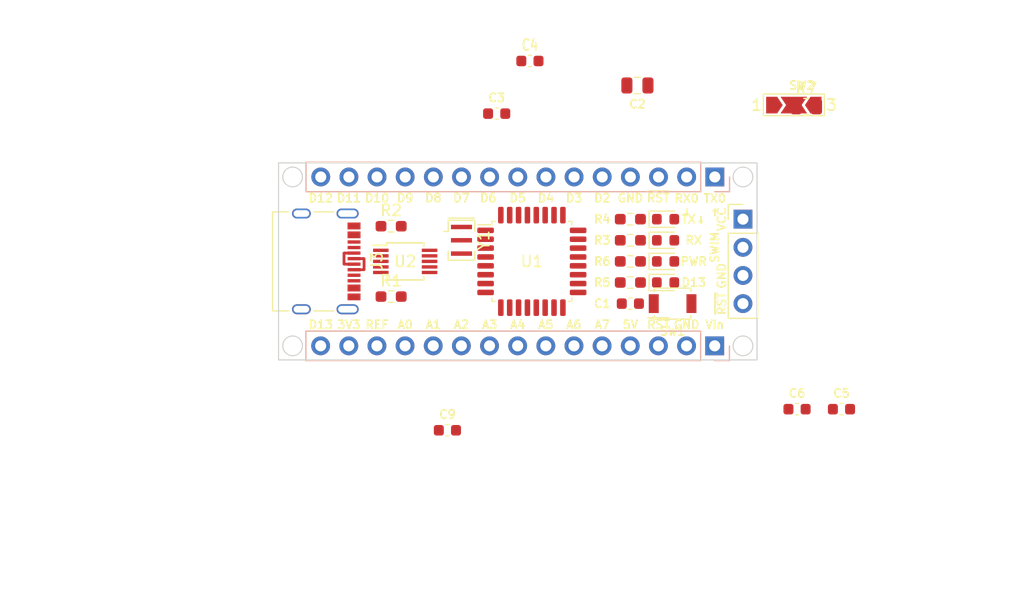
<source format=kicad_pcb>
(kicad_pcb (version 20211014) (generator pcbnew)
  (layers (0 "F.Cu" signal) (31 "B.Cu" signal) (34 "B.Paste" user) (35 "F.Paste" user) (36 "B.SilkS" user "B.Silkscreen") (37 "F.SilkS" user "F.Silkscreen") (38 "B.Mask" user) (39 "F.Mask" user) (44 "Edge.Cuts" user))
  (net 0 "")
  (net 1 "/~{RST}")
  (net 2 "+5V")
  (net 3 "+3.3V")
  (net 4 "PA1")
  (net 5 "PA2")
  (net 6 "/VIN")
  (net 7 "GND")
  (net 8 "/A7")
  (net 9 "/A6")
  (net 10 "/A5")
  (net 11 "/A4")
  (net 12 "/A3")
  (net 13 "/A2")
  (net 14 "/A1")
  (net 15 "/A0")
  (net 16 "/AREF")
  (net 17 "/3V3")
  (net 18 "/D13")
  (net 19 "Net-(C2-Pad1)")
  (net 20 "Net-(C3-Pad2)")
  (net 21 "USB(+)")
  (net 23 "USB(-)")
  (net 24 "PF4")
  (net 27 "/D1{slash}TX")
  (net 28 "/D0{slash}RX")
  (net 29 "/D2")
  (net 30 "/D3")
  (net 31 "/D4")
  (net 32 "/D5")
  (net 33 "/D6")
  (net 34 "/D9")
  (net 35 "/D10")
  (net 36 "/D11")
  (net 37 "/D12")
  (net 38 "PB7")
  (net 39 "VCC")
  (net 40 "SWIM")
  (net 41 "PB6")
  (net 42 "PB5")
  (net 43 "PB4")
  (net 44 "PB3")
  (net 45 "PB2")
  (net 46 "PB1")
  (net 47 "Net-(D1-Pad1)")
  (net 48 "Net-(D2-Pad1)")
  (net 51 "Net-(C9-Pad1)")
  (net 52 "Net-(D3-Pad1)")
  (net 53 "Net-(D4-Pad1)")
  (net 54 "PB0")
  (net 55 "PE5")
  (net 56 "PC1")
  (net 57 "PC2")
  (net 58 "PC3")
  (net 59 "PC4")
  (net 60 "PC5")
  (net 61 "PC6")
  (net 62 "PC7")
  (net 63 "PD0")
  (net 64 "PD2")
  (net 65 "PD3")
  (net 66 "PD4")
  (net 67 "PD5")
  (net 68 "PD6")
  (net 69 "PD7")
  (net 70 "Net-(J3-PadA4)")
  (net 71 "Net-(J3-PadA5)")
  (net 72 "Net-(J3-PadB5)")
  (footprint "Capacitor_SMD:C_0603_1608Metric" (layer "F.Cu") (at 97.59 98.425)
    (fp_text reference "C6" (at 0 -1.43) (layer "F.SilkS") (effects (font (size 0.75 0.75))))
    (fp_text value "100nF")
    (fp_line (start -0.14058 0.51) (end 0.14058 0.51) (layer "F.SilkS") (width 0.12))
    (fp_line (start -0.14058 -0.51) (end 0.14058 -0.51) (layer "F.SilkS") (width 0.12))
    (pad "1" smd roundrect (at -0.775 0) (size 0.9 0.95) (layers "F.Cu" "F.Paste" "F.Mask") (net 7 "GND"))
    (pad "2" smd roundrect (at 0.775 0) (size 0.9 0.95) (layers "F.Cu" "F.Paste" "F.Mask") (net 39 "VCC"))
  )
  (footprint "Connector_USB:USB_C_Receptacle_Palconn_UTC16-G" (layer "F.Cu") (at 55.104 85.09 -90)
    (fp_text reference "J3" (at 0 -4.58 -90) (layer "F.SilkS"))
    (fp_text value "USB_C_Receptacle_USB2.0")
    (fp_line (start 4.47 4.84) (end -4.47 4.84) (layer "F.SilkS") (width 0.12))
    (fp_line (start 4.47 -0.67) (end 4.47 1.13) (layer "F.SilkS") (width 0.12))
    (fp_line (start -4.47 -0.67) (end -4.47 1.13) (layer "F.SilkS") (width 0.12))
    (fp_line (start -4.47 4.84) (end -4.47 3.38) (layer "F.SilkS") (width 0.12))
    (fp_line (start 4.47 4.84) (end 4.47 3.38) (layer "F.SilkS") (width 0.12))
    (pad "" np_thru_hole circle (at 2.89 -1.45 90) (size 0.6 0.6) (drill 0.6) (layers *.Cu *.Mask))
    (pad "" np_thru_hole circle (at -2.89 -1.45 90) (size 0.6 0.6) (drill 0.6) (layers *.Cu *.Mask))
    (pad "A1" smd rect (at -3.2 -2.51 270) (size 0.6 1.16) (layers "F.Cu" "F.Paste" "F.Mask") (net 7 "GND"))
    (pad "A4" smd rect (at -2.4 -2.51 270) (size 0.6 1.16) (layers "F.Cu" "F.Paste" "F.Mask") (net 70 "Net-(J3-PadA4)"))
    (pad "A5" smd rect (at -1.25 -2.51 90) (size 0.3 1.16) (layers "F.Cu" "F.Paste" "F.Mask") (net 71 "Net-(J3-PadA5)"))
    (pad "A6" smd rect (at -0.25 -2.51 90) (size 0.3 1.16) (layers "F.Cu" "F.Paste" "F.Mask") (net 21 "USB(+)"))
    (pad "A7" smd rect (at 0.25 -2.51 90) (size 0.3 1.16) (layers "F.Cu" "F.Paste" "F.Mask") (net 23 "USB(-)"))
    (pad "A8" smd rect (at 1.25 -2.51 90) (size 0.3 1.16) (layers "F.Cu" "F.Paste" "F.Mask"))
    (pad "A9" smd rect (at 2.4 -2.51 270) (size 0.6 1.16) (layers "F.Cu" "F.Paste" "F.Mask") (net 70 "Net-(J3-PadA4)"))
    (pad "A12" smd rect (at 3.2 -2.51 270) (size 0.6 1.16) (layers "F.Cu" "F.Paste" "F.Mask") (net 7 "GND"))
    (pad "B1" smd rect (at 3.2 -2.51 270) (size 0.6 1.16) (layers "F.Cu" "F.Paste" "F.Mask") (net 7 "GND"))
    (pad "B4" smd rect (at 2.4 -2.51 270) (size 0.6 1.16) (layers "F.Cu" "F.Paste" "F.Mask") (net 70 "Net-(J3-PadA4)"))
    (pad "B5" smd rect (at 1.75 -2.51 90) (size 0.3 1.16) (layers "F.Cu" "F.Paste" "F.Mask") (net 72 "Net-(J3-PadB5)"))
    (pad "B6" smd rect (at 0.75 -2.51 90) (size 0.3 1.16) (layers "F.Cu" "F.Paste" "F.Mask") (net 21 "USB(+)"))
    (pad "B7" smd rect (at -0.75 -2.51 90) (size 0.3 1.16) (layers "F.Cu" "F.Paste" "F.Mask") (net 23 "USB(-)"))
    (pad "B8" smd rect (at -1.75 -2.51 90) (size 0.3 1.16) (layers "F.Cu" "F.Paste" "F.Mask"))
    (pad "B9" smd rect (at -2.4 -2.51 270) (size 0.6 1.16) (layers "F.Cu" "F.Paste" "F.Mask") (net 70 "Net-(J3-PadA4)"))
    (pad "B12" smd rect (at -3.2 -2.51 270) (size 0.6 1.16) (layers "F.Cu" "F.Paste" "F.Mask") (net 7 "GND"))
    (pad "S1" thru_hole oval (at -4.32 -1.93) (size 2 0.9) (drill oval 1.7 0.6) (layers *.Cu *.Mask))
    (pad "S1" thru_hole oval (at 4.32 2.24) (size 1.7 0.9) (drill oval 1.4 0.6) (layers *.Cu *.Mask))
    (pad "S1" thru_hole oval (at -4.32 2.24) (size 1.7 0.9) (drill oval 1.4 0.6) (layers *.Cu *.Mask))
    (pad "S1" thru_hole oval (at 4.32 -1.93) (size 2 0.9) (drill oval 1.7 0.6) (layers *.Cu *.Mask))
  )
  (footprint "Resistor_SMD:R_0603_1608Metric_Pad0.98x0.95mm_HandSolder" (layer "F.Cu") (at 82.55 85.09 180)
    (fp_text reference "R6" (at 2.54 0) (layer "F.SilkS") (effects (font (size 0.75 0.75))))
    (fp_text value "1K")
    (fp_line (start -0.254724 -0.5225) (end 0.254724 -0.5225) (layer "F.SilkS") (width 0.12))
    (fp_line (start -0.254724 0.5225) (end 0.254724 0.5225) (layer "F.SilkS") (width 0.12))
    (pad "1" smd roundrect (at -0.9125 0 180) (size 0.975 0.95) (layers "F.Cu" "F.Paste" "F.Mask") (net 53 "Net-(D4-Pad1)"))
    (pad "2" smd roundrect (at 0.9125 0 180) (size 0.975 0.95) (layers "F.Cu" "F.Paste" "F.Mask") (net 7 "GND"))
  )
  (footprint "Crystal:Resonator_SMD_Murata_CSTxExxV-3Pin_3.0x1.1mm" (layer "F.Cu") (at 67.31 83.185 -90)
    (fp_text reference "Y1" (at 0 -2 90) (layer "F.SilkS"))
    (fp_text value "16MHZ")
    (fp_line (start -1.8 0.8) (end -1.8 1.2) (layer "F.SilkS") (width 0.12))
    (fp_line (start -0.8 1.2) (end -1.8 1.2) (layer "F.SilkS") (width 0.12))
    (fp_line (start -2 -1.2) (end -2 0.8) (layer "F.SilkS") (width 0.12))
    (fp_line (start -1.8 0.8) (end -1.8 -1.2) (layer "F.SilkS") (width 0.12))
    (fp_line (start 1 -1.2) (end 1.8 -1.2) (layer "F.SilkS") (width 0.12))
    (fp_line (start 1.8 -1.2) (end 1.8 0.8) (layer "F.SilkS") (width 0.12))
    (fp_line (start 1.8 1.2) (end 1 1.2) (layer "F.SilkS") (width 0.12))
    (fp_line (start -2 0.8) (end -2 1.2) (layer "F.SilkS") (width 0.12))
    (fp_line (start 1.8 0.8) (end 1.8 1.2) (layer "F.SilkS") (width 0.12))
    (fp_line (start -0.8 1.2) (end -0.8 1.6) (layer "F.SilkS") (width 0.12))
    (fp_line (start -1.8 -1.2) (end -0.8 -1.2) (layer "F.SilkS") (width 0.12))
    (pad "1" smd rect (at -1.2 0 270) (size 0.4 1.9) (layers "F.Cu" "F.Paste" "F.Mask") (net 4 "PA1"))
    (pad "2" smd rect (at 0 0 270) (size 0.4 1.9) (layers "F.Cu" "F.Paste" "F.Mask") (net 7 "GND"))
    (pad "3" smd rect (at 1.2 0 270) (size 0.4 1.9) (layers "F.Cu" "F.Paste" "F.Mask") (net 5 "PA2"))
  )
  (footprint "LED_SMD:LED_0603_1608Metric" (layer "F.Cu") (at 85.725 83.185)
    (fp_text reference "D1" hide)
    (fp_text value "RX" (at 2.54 0) (layer "F.SilkS") (effects (font (size 0.75 0.75))))
    (fp_line (start 0.8 -0.735) (end -1.485 -0.735) (layer "F.SilkS") (width 0.12))
    (fp_line (start -1.485 0.735) (end 0.8 0.735) (layer "F.SilkS") (width 0.12))
    (fp_line (start -1.485 -0.735) (end -1.485 0.735) (layer "F.SilkS") (width 0.12))
    (pad "1" smd roundrect (at -0.7875 0) (size 0.875 0.95) (layers "F.Cu" "F.Paste" "F.Mask") (net 47 "Net-(D1-Pad1)"))
    (pad "2" smd roundrect (at 0.7875 0) (size 0.875 0.95) (layers "F.Cu" "F.Paste" "F.Mask") (net 39 "VCC"))
  )
  (footprint "Capacitor_SMD:C_0603_1608Metric" (layer "F.Cu") (at 70.485 71.755)
    (fp_text reference "C3" (at 0 -1.43) (layer "F.SilkS") (effects (font (size 0.75 0.75))))
    (fp_text value "100nF")
    (fp_line (start -0.14058 0.51) (end 0.14058 0.51) (layer "F.SilkS") (width 0.12))
    (fp_line (start -0.14058 -0.51) (end 0.14058 -0.51) (layer "F.SilkS") (width 0.12))
    (pad "1" smd roundrect (at -0.775 0) (size 0.9 0.95) (layers "F.Cu" "F.Paste" "F.Mask") (net 7 "GND"))
    (pad "2" smd roundrect (at 0.775 0) (size 0.9 0.95) (layers "F.Cu" "F.Paste" "F.Mask") (net 20 "Net-(C3-Pad2)"))
  )
  (footprint "Jumper:SolderJumper-3_P2.0mm_Open_TrianglePad1.0x1.5mm_NumberLabels" (layer "F.Cu") (at 97.3 70.985)
    (fp_text reference "SW2" (at 0.725 -1.775) (layer "F.SilkS") (effects (font (size 0.75 0.75))))
    (fp_text value "VCC")
    (fp_text user "3" (at 3.4 0) (layer "F.SilkS"))
    (fp_text user "1" (at -3.35 0) (layer "F.SilkS"))
    (fp_line (start 2.75 -1) (end 2.75 0.95) (layer "F.SilkS") (width 0.12))
    (fp_line (start -2.75 0.95) (end -2.75 -1) (layer "F.SilkS") (width 0.12))
    (fp_line (start -2.75 -1) (end 2.75 -1) (layer "F.SilkS") (width 0.12))
    (fp_line (start 2.75 0.95) (end -2.75 0.95) (layer "F.SilkS") (width 0.12))
    (pad "1" smd custom (at -2 0) (size 0.3 0.3) (layers "F.Cu" "F.Mask") (net 3 "+3.3V") (options (clearance outline) (anchor rect)) (primitives (gr_poly (pts (xy 1 0) (xy 0.5 0.75) (xy -0.5 0.75) (xy -0.5 -0.75) (xy 0.5 -0.75)) (width 0) (fill yes))))
    (pad "2" smd custom (at 0 0) (size 0.3 0.3) (layers "F.Cu") (net 39 "VCC") (options (clearance outline) (anchor rect)) (primitives (gr_poly (pts (xy 0.7 0) (xy 1.2 0.75) (xy -1.2 0.75) (xy -0.7 0) (xy -1.2 -0.75) (xy 1.2 -0.75)) (width 0) (fill yes))))
    (pad "3" smd custom (at 2 0 180) (size 0.3 0.3) (layers "F.Cu" "F.Mask") (net 2 "+5V") (options (clearance outline) (anchor rect)) (primitives (gr_poly (pts (xy 1 0) (xy 0.5 0.75) (xy -0.5 0.75) (xy -0.5 -0.75) (xy 0.5 -0.75)) (width 0) (fill yes))))
  )
  (footprint "Resistor_SMD:R_0805_2012Metric" (layer "F.Cu") (at 98.425 71.12)
    (fp_text reference "R7" (at 0 -1.65) (layer "F.SilkS"))
    (fp_text value "0R")
    (fp_line (start -0.227064 -0.735) (end 0.227064 -0.735) (layer "F.SilkS") (width 0.12))
    (fp_line (start -0.227064 0.735) (end 0.227064 0.735) (layer "F.SilkS") (width 0.12))
    (pad "1" smd roundrect (at -0.9125 0) (size 1.025 1.4) (layers "F.Cu" "F.Paste" "F.Mask") (roundrect_rratio 0.243902) (net 39 "VCC"))
    (pad "2" smd roundrect (at 0.9125 0) (size 1.025 1.4) (layers "F.Cu" "F.Paste" "F.Mask") (roundrect_rratio 0.243902) (net 2 "+5V"))
  )
  (footprint "Package_QFP:LQFP-32_7x7mm_P0.8mm" (layer "F.Cu") (at 73.66 85.09)
    (fp_text reference "U1" (at 0 0) (layer "F.SilkS"))
    (fp_text value "STM8F105K4")
    (fp_line (start 3.31 3.61) (end 3.61 3.61) (layer "F.SilkS") (width 0.12))
    (fp_line (start -3.31 3.61) (end -3.61 3.61) (layer "F.SilkS") (width 0.12))
    (fp_line (start -3.61 -3.31) (end -4.925 -3.31) (layer "F.SilkS") (width 0.12))
    (fp_line (start 3.61 -3.61) (end 3.61 -3.31) (layer "F.SilkS") (width 0.12))
    (fp_line (start 3.61 3.61) (end 3.61 3.31) (layer "F.SilkS") (width 0.12))
    (fp_line (start -3.61 -3.61) (end -3.61 -3.31) (layer "F.SilkS") (width 0.12))
    (fp_line (start -3.61 3.61) (end -3.61 3.31) (layer "F.SilkS") (width 0.12))
    (fp_line (start -3.31 -3.61) (end -3.61 -3.61) (layer "F.SilkS") (width 0.12))
    (fp_line (start 3.31 -3.61) (end 3.61 -3.61) (layer "F.SilkS") (width 0.12))
    (pad "1" smd roundrect (at -4.175 -2.8) (size 1.5 0.5) (layers "F.Cu" "F.Paste" "F.Mask") (net 1 "/~{RST}"))
    (pad "2" smd roundrect (at -4.175 -2) (size 1.5 0.5) (layers "F.Cu" "F.Paste" "F.Mask") (net 4 "PA1"))
    (pad "3" smd roundrect (at -4.175 -1.2) (size 1.5 0.5) (layers "F.Cu" "F.Paste" "F.Mask") (net 5 "PA2"))
    (pad "4" smd roundrect (at -4.175 -0.4) (size 1.5 0.5) (layers "F.Cu" "F.Paste" "F.Mask") (net 7 "GND"))
    (pad "5" smd roundrect (at -4.175 0.4) (size 1.5 0.5) (layers "F.Cu" "F.Paste" "F.Mask") (net 19 "Net-(C2-Pad1)"))
    (pad "6" smd roundrect (at -4.175 1.2) (size 1.5 0.5) (layers "F.Cu" "F.Paste" "F.Mask") (net 39 "VCC"))
    (pad "7" smd roundrect (at -4.175 2) (size 1.5 0.5) (layers "F.Cu" "F.Paste" "F.Mask") (net 39 "VCC"))
    (pad "8" smd roundrect (at -4.175 2.8) (size 1.5 0.5) (layers "F.Cu" "F.Paste" "F.Mask") (net 24 "PF4"))
    (pad "9" smd roundrect (at -2.8 4.175) (size 0.5 1.5) (layers "F.Cu" "F.Paste" "F.Mask") (net 38 "PB7"))
    (pad "10" smd roundrect (at -2 4.175) (size 0.5 1.5) (layers "F.Cu" "F.Paste" "F.Mask") (net 41 "PB6"))
    (pad "11" smd roundrect (at -1.2 4.175) (size 0.5 1.5) (layers "F.Cu" "F.Paste" "F.Mask") (net 42 "PB5"))
    (pad "12" smd roundrect (at -0.4 4.175) (size 0.5 1.5) (layers "F.Cu" "F.Paste" "F.Mask") (net 43 "PB4"))
    (pad "13" smd roundrect (at 0.4 4.175) (size 0.5 1.5) (layers "F.Cu" "F.Paste" "F.Mask") (net 44 "PB3"))
    (pad "14" smd roundrect (at 1.2 4.175) (size 0.5 1.5) (layers "F.Cu" "F.Paste" "F.Mask") (net 45 "PB2"))
    (pad "15" smd roundrect (at 2 4.175) (size 0.5 1.5) (layers "F.Cu" "F.Paste" "F.Mask") (net 46 "PB1"))
    (pad "16" smd roundrect (at 2.8 4.175) (size 0.5 1.5) (layers "F.Cu" "F.Paste" "F.Mask") (net 54 "PB0"))
    (pad "17" smd roundrect (at 4.175 2.8) (size 1.5 0.5) (layers "F.Cu" "F.Paste" "F.Mask") (net 55 "PE5"))
    (pad "18" smd roundrect (at 4.175 2) (size 1.5 0.5) (layers "F.Cu" "F.Paste" "F.Mask") (net 56 "PC1"))
    (pad "19" smd roundrect (at 4.175 1.2) (size 1.5 0.5) (layers "F.Cu" "F.Paste" "F.Mask") (net 57 "PC2"))
    (pad "20" smd roundrect (at 4.175 0.4) (size 1.5 0.5) (layers "F.Cu" "F.Paste" "F.Mask") (net 58 "PC3"))
    (pad "21" smd roundrect (at 4.175 -0.4) (size 1.5 0.5) (layers "F.Cu" "F.Paste" "F.Mask") (net 59 "PC4"))
    (pad "22" smd roundrect (at 4.175 -1.2) (size 1.5 0.5) (layers "F.Cu" "F.Paste" "F.Mask") (net 60 "PC5"))
    (pad "23" smd roundrect (at 4.175 -2) (size 1.5 0.5) (layers "F.Cu" "F.Paste" "F.Mask") (net 61 "PC6"))
    (pad "24" smd roundrect (at 4.175 -2.8) (size 1.5 0.5) (layers "F.Cu" "F.Paste" "F.Mask") (net 62 "PC7"))
    (pad "25" smd roundrect (at 2.8 -4.175) (size 0.5 1.5) (layers "F.Cu" "F.Paste" "F.Mask") (net 63 "PD0"))
    (pad "26" smd roundrect (at 2 -4.175) (size 0.5 1.5) (layers "F.Cu" "F.Paste" "F.Mask") (net 40 "SWIM"))
    (pad "27" smd roundrect (at 1.2 -4.175) (size 0.5 1.5) (layers "F.Cu" "F.Paste" "F.Mask") (net 64 "PD2"))
    (pad "28" smd roundrect (at 0.4 -4.175) (size 0.5 1.5) (layers "F.Cu" "F.Paste" "F.Mask") (net 65 "PD3"))
    (pad "29" smd roundrect (at -0.4 -4.175) (size 0.5 1.5) (layers "F.Cu" "F.Paste" "F.Mask") (net 66 "PD4"))
    (pad "30" smd roundrect (at -1.2 -4.175) (size 0.5 1.5) (layers "F.Cu" "F.Paste" "F.Mask") (net 67 "PD5"))
    (pad "31" smd roundrect (at -2 -4.175) (size 0.5 1.5) (layers "F.Cu" "F.Paste" "F.Mask") (net 68 "PD6"))
    (pad "32" smd roundrect (at -2.8 -4.175) (size 0.5 1.5) (layers "F.Cu" "F.Paste" "F.Mask") (net 69 "PD7"))
  )
  (footprint "LED_SMD:LED_0603_1608Metric" (layer "F.Cu") (at 85.725 81.28)
    (fp_text reference "D2" hide)
    (fp_text value "TX↓" (at 2.54 0) (layer "F.SilkS") (effects (font (size 0.75 0.75))))
    (fp_line (start 0.8 -0.735) (end -1.485 -0.735) (layer "F.SilkS") (width 0.12))
    (fp_line (start -1.485 -0.735) (end -1.485 0.735) (layer "F.SilkS") (width 0.12))
    (fp_line (start -1.485 0.735) (end 0.8 0.735) (layer "F.SilkS") (width 0.12))
    (pad "1" smd roundrect (at -0.7875 0) (size 0.875 0.95) (layers "F.Cu" "F.Paste" "F.Mask") (net 48 "Net-(D2-Pad1)"))
    (pad "2" smd roundrect (at 0.7875 0) (size 0.875 0.95) (layers "F.Cu" "F.Paste" "F.Mask") (net 39 "VCC"))
  )
  (footprint "Resistor_SMD:R_0603_1608Metric_Pad0.98x0.95mm_HandSolder" (layer "F.Cu") (at 60.96 81.915)
    (fp_text reference "R2" (at 0 -1.43) (layer "F.SilkS"))
    (fp_text value "5.1K")
    (fp_line (start -0.254724 0.5225) (end 0.254724 0.5225) (layer "F.SilkS") (width 0.12))
    (fp_line (start -0.254724 -0.5225) (end 0.254724 -0.5225) (layer "F.SilkS") (width 0.12))
    (pad "1" smd roundrect (at -0.9125 0) (size 0.975 0.95) (layers "F.Cu" "F.Paste" "F.Mask") (net 71 "Net-(J3-PadA5)"))
    (pad "2" smd roundrect (at 0.9125 0) (size 0.975 0.95) (layers "F.Cu" "F.Paste" "F.Mask") (net 7 "GND"))
  )
  (footprint "Capacitor_SMD:C_0603_1608Metric" (layer "F.Cu") (at 101.6 98.425)
    (fp_text reference "C5" (at 0 -1.43) (layer "F.SilkS") (effects (font (size 0.75 0.75))))
    (fp_text value "1uF")
    (fp_line (start -0.14058 -0.51) (end 0.14058 -0.51) (layer "F.SilkS") (width 0.12))
    (fp_line (start -0.14058 0.51) (end 0.14058 0.51) (layer "F.SilkS") (width 0.12))
    (pad "1" smd roundrect (at -0.775 0) (size 0.9 0.95) (layers "F.Cu" "F.Paste" "F.Mask") (net 7 "GND"))
    (pad "2" smd roundrect (at 0.775 0) (size 0.9 0.95) (layers "F.Cu" "F.Paste" "F.Mask") (net 39 "VCC"))
  )
  (footprint "Capacitor_SMD:C_0805_2012Metric" (layer "F.Cu") (at 83.185 69.215 180)
    (fp_text reference "C2" (at 0 -1.68) (layer "F.SilkS") (effects (font (size 0.75 0.75))))
    (fp_text value "2.2uF")
    (fp_line (start -0.261252 -0.735) (end 0.261252 -0.735) (layer "F.SilkS") (width 0.12))
    (fp_line (start -0.261252 0.735) (end 0.261252 0.735) (layer "F.SilkS") (width 0.12))
    (pad "1" smd roundrect (at -0.95 0 180) (size 1 1.45) (layers "F.Cu" "F.Paste" "F.Mask") (net 19 "Net-(C2-Pad1)"))
    (pad "2" smd roundrect (at 0.95 0 180) (size 1 1.45) (layers "F.Cu" "F.Paste" "F.Mask") (net 7 "GND"))
  )
  (footprint "Button_Switch_SMD:SW_SPST_B3U-1000P" (layer "F.Cu") (at 86.36 88.9 180)
    (fp_text reference "SW1" (at 0 -2.5) (layer "F.SilkS") (effects (font (size 0.75 0.75))))
    (fp_text value "RESET")
    (fp_line (start -1.65 1.1) (end -1.65 1.4) (layer "F.SilkS") (width 0.12))
    (fp_line (start -1.65 -1.1) (end -1.65 -1.4) (layer "F.SilkS") (width 0.12))
    (fp_line (start -1.65 1.4) (end 1.65 1.4) (layer "F.SilkS") (width 0.12))
    (fp_line (start -1.65 -1.4) (end 1.65 -1.4) (layer "F.SilkS") (width 0.12))
    (fp_line (start 1.65 -1.4) (end 1.65 -1.1) (layer "F.SilkS") (width 0.12))
    (fp_line (start 1.65 1.4) (end 1.65 1.1) (layer "F.SilkS") (width 0.12))
    (pad "1" smd rect (at -1.7 0 180) (size 0.9 1.7) (layers "F.Cu" "F.Paste" "F.Mask") (net 7 "GND"))
    (pad "2" smd rect (at 1.7 0 180) (size 0.9 1.7) (layers "F.Cu" "F.Paste" "F.Mask") (net 1 "/~{RST}"))
  )
  (footprint "Capacitor_SMD:C_0603_1608Metric" (layer "F.Cu") (at 73.485 67.005)
    (fp_text reference "C4" (at 0 -1.43) (layer "F.SilkS") (effects (font (size 1 0.75))))
    (fp_text value "100nF")
    (fp_line (start -0.14058 0.51) (end 0.14058 0.51) (layer "F.SilkS") (width 0.12))
    (fp_line (start -0.14058 -0.51) (end 0.14058 -0.51) (layer "F.SilkS") (width 0.12))
    (pad "1" smd roundrect (at -0.775 0) (size 0.9 0.95) (layers "F.Cu" "F.Paste" "F.Mask") (net 7 "GND"))
    (pad "2" smd roundrect (at 0.775 0) (size 0.9 0.95) (layers "F.Cu" "F.Paste" "F.Mask") (net 39 "VCC"))
  )
  (footprint "Capacitor_SMD:C_0603_1608Metric" (layer "F.Cu") (at 66.04 100.33)
    (fp_text reference "C9" (at 0 -1.43) (layer "F.SilkS") (effects (font (size 0.75 0.75))))
    (fp_text value "10uF")
    (fp_line (start -0.14058 0.51) (end 0.14058 0.51) (layer "F.SilkS") (width 0.12))
    (fp_line (start -0.14058 -0.51) (end 0.14058 -0.51) (layer "F.SilkS") (width 0.12))
    (pad "1" smd roundrect (at -0.775 0) (size 0.9 0.95) (layers "F.Cu" "F.Paste" "F.Mask") (net 51 "Net-(C9-Pad1)"))
    (pad "2" smd roundrect (at 0.775 0) (size 0.9 0.95) (layers "F.Cu" "F.Paste" "F.Mask") (net 1 "/~{RST}"))
  )
  (footprint "LED_SMD:LED_0603_1608Metric" (layer "F.Cu") (at 85.725 86.995)
    (fp_text reference "D3" hide)
    (fp_text value "D13" (at 2.54 0) (layer "F.SilkS") (effects (font (size 0.75 0.75))))
    (fp_line (start 0.8 -0.735) (end -1.485 -0.735) (layer "F.SilkS") (width 0.12))
    (fp_line (start -1.485 0.735) (end 0.8 0.735) (layer "F.SilkS") (width 0.12))
    (fp_line (start -1.485 -0.735) (end -1.485 0.735) (layer "F.SilkS") (width 0.12))
    (pad "1" smd roundrect (at -0.7875 0) (size 0.875 0.95) (layers "F.Cu" "F.Paste" "F.Mask") (net 52 "Net-(D3-Pad1)"))
    (pad "2" smd roundrect (at 0.7875 0) (size 0.875 0.95) (layers "F.Cu" "F.Paste" "F.Mask") (net 39 "VCC"))
  )
  (footprint "LED_SMD:LED_0603_1608Metric" (layer "F.Cu") (at 85.725 85.09)
    (fp_text reference "D4" hide)
    (fp_text value "PWR" (at 2.54 0) (layer "F.SilkS") (effects (font (size 0.75 0.75))))
    (fp_line (start -1.485 -0.735) (end -1.485 0.735) (layer "F.SilkS") (width 0.12))
    (fp_line (start 0.8 -0.735) (end -1.485 -0.735) (layer "F.SilkS") (width 0.12))
    (fp_line (start -1.485 0.735) (end 0.8 0.735) (layer "F.SilkS") (width 0.12))
    (pad "1" smd roundrect (at -0.7875 0) (size 0.875 0.95) (layers "F.Cu" "F.Paste" "F.Mask") (net 53 "Net-(D4-Pad1)"))
    (pad "2" smd roundrect (at 0.7875 0) (size 0.875 0.95) (layers "F.Cu" "F.Paste" "F.Mask") (net 39 "VCC"))
  )
  (footprint "Resistor_SMD:R_0603_1608Metric_Pad0.98x0.95mm_HandSolder" (layer "F.Cu") (at 82.55 86.995)
    (fp_text reference "R5" (at -2.54 0) (layer "F.SilkS") (effects (font (size 0.75 0.75))))
    (fp_text value "1K")
    (fp_line (start -0.254724 0.5225) (end 0.254724 0.5225) (layer "F.SilkS") (width 0.12))
    (fp_line (start -0.254724 -0.5225) (end 0.254724 -0.5225) (layer "F.SilkS") (width 0.12))
    (pad "1" smd roundrect (at -0.9125 0) (size 0.975 0.95) (layers "F.Cu" "F.Paste" "F.Mask") (net 52 "Net-(D3-Pad1)"))
    (pad "2" smd roundrect (at 0.9125 0) (size 0.975 0.95) (layers "F.Cu" "F.Paste" "F.Mask") (net 18 "/D13"))
  )
  (footprint "Resistor_SMD:R_0603_1608Metric_Pad0.98x0.95mm_HandSolder" (layer "F.Cu") (at 82.55 81.28 180)
    (fp_text reference "R4" (at 2.54 0) (layer "F.SilkS") (effects (font (size 0.75 0.75))))
    (fp_text value "10K")
    (fp_line (start -0.254724 0.5225) (end 0.254724 0.5225) (layer "F.SilkS") (width 0.12))
    (fp_line (start -0.254724 -0.5225) (end 0.254724 -0.5225) (layer "F.SilkS") (width 0.12))
    (pad "1" smd roundrect (at -0.9125 0 180) (size 0.975 0.95) (layers "F.Cu" "F.Paste" "F.Mask") (net 48 "Net-(D2-Pad1)"))
    (pad "2" smd roundrect (at 0.9125 0 180) (size 0.975 0.95) (layers "F.Cu" "F.Paste" "F.Mask") (net 27 "/D1{slash}TX"))
  )
  (footprint "Resistor_SMD:R_0603_1608Metric_Pad0.98x0.95mm_HandSolder" (layer "F.Cu") (at 82.55 83.185 180)
    (fp_text reference "R3" (at 2.54 0) (layer "F.SilkS") (effects (font (size 0.75 0.75))))
    (fp_text value "10K")
    (fp_line (start -0.254724 0.5225) (end 0.254724 0.5225) (layer "F.SilkS") (width 0.12))
    (fp_line (start -0.254724 -0.5225) (end 0.254724 -0.5225) (layer "F.SilkS") (width 0.12))
    (pad "1" smd roundrect (at -0.9125 0 180) (size 0.975 0.95) (layers "F.Cu" "F.Paste" "F.Mask") (net 47 "Net-(D1-Pad1)"))
    (pad "2" smd roundrect (at 0.9125 0 180) (size 0.975 0.95) (layers "F.Cu" "F.Paste" "F.Mask") (net 28 "/D0{slash}RX"))
  )
  (footprint "Package_SO:MSOP-10_3x3mm_P0.5mm" (layer "F.Cu") (at 62.23 85.09)
    (fp_text reference "U2" (at 0 0) (layer "F.SilkS"))
    (fp_text value "CH340E")
    (fp_line (start -1.675 -1.675) (end 1.675 -1.675) (layer "F.SilkS") (width 0.15))
    (fp_line (start -1.675 -1.675) (end -1.675 -1.45) (layer "F.SilkS") (width 0.15))
    (fp_line (start -1.675 1.675) (end 1.675 1.675) (layer "F.SilkS") (width 0.15))
    (fp_line (start 1.675 -1.675) (end 1.675 -1.375) (layer "F.SilkS") (width 0.15))
    (fp_line (start -1.675 1.675) (end -1.675 1.375) (layer "F.SilkS") (width 0.15))
    (fp_line (start 1.675 1.675) (end 1.675 1.375) (layer "F.SilkS") (width 0.15))
    (fp_line (start -1.675 -1.45) (end -2.9 -1.45) (layer "F.SilkS") (width 0.15))
    (pad "1" smd rect (at -2.2 -1) (size 1.4 0.3) (layers "F.Cu" "F.Paste" "F.Mask") (net 21 "USB(+)"))
    (pad "2" smd rect (at -2.2 -0.5) (size 1.4 0.3) (layers "F.Cu" "F.Paste" "F.Mask") (net 23 "USB(-)"))
    (pad "3" smd rect (at -2.2 0) (size 1.4 0.3) (layers "F.Cu" "F.Paste" "F.Mask") (net 7 "GND"))
    (pad "4" smd rect (at -2.2 0.5) (size 1.4 0.3) (layers "F.Cu" "F.Paste" "F.Mask") (net 51 "Net-(C9-Pad1)"))
    (pad "5" smd rect (at -2.2 1) (size 1.4 0.3) (layers "F.Cu" "F.Paste" "F.Mask"))
    (pad "6" smd rect (at 2.2 1) (size 1.4 0.3) (layers "F.Cu" "F.Paste" "F.Mask"))
    (pad "7" smd rect (at 2.2 0.5) (size 1.4 0.3) (layers "F.Cu" "F.Paste" "F.Mask") (net 2 "+5V"))
    (pad "8" smd rect (at 2.2 0) (size 1.4 0.3) (layers "F.Cu" "F.Paste" "F.Mask") (net 28 "/D0{slash}RX"))
    (pad "9" smd rect (at 2.2 -0.5) (size 1.4 0.3) (layers "F.Cu" "F.Paste" "F.Mask") (net 27 "/D1{slash}TX"))
    (pad "10" smd rect (at 2.2 -1) (size 1.4 0.3) (layers "F.Cu" "F.Paste" "F.Mask") (net 20 "Net-(C3-Pad2)"))
  )
  (footprint "Resistor_SMD:R_0603_1608Metric_Pad0.98x0.95mm_HandSolder" (layer "F.Cu") (at 60.96 88.265)
    (fp_text reference "R1" (at 0 -1.43) (layer "F.SilkS"))
    (fp_text value "5.1K")
    (fp_line (start -0.254724 0.5225) (end 0.254724 0.5225) (layer "F.SilkS") (width 0.12))
    (fp_line (start -0.254724 -0.5225) (end 0.254724 -0.5225) (layer "F.SilkS") (width 0.12))
    (pad "1" smd roundrect (at -0.9125 0) (size 0.975 0.95) (layers "F.Cu" "F.Paste" "F.Mask") (net 72 "Net-(J3-PadB5)"))
    (pad "2" smd roundrect (at 0.9125 0) (size 0.975 0.95) (layers "F.Cu" "F.Paste" "F.Mask") (net 7 "GND"))
  )
  (footprint "Connector_PinHeader_2.54mm:PinHeader_1x04_P2.54mm_Vertical" (layer "F.Cu") (at 92.71 81.28)
    (fp_text reference "J4" hide)
    (fp_text value "SWIM")
    (fp_line (start -1.33 1.27) (end -1.33 8.95) (layer "F.SilkS") (width 0.12))
    (fp_line (start -1.33 -1.33) (end 0 -1.33) (layer "F.SilkS") (width 0.12))
    (fp_line (start -1.33 1.27) (end 1.33 1.27) (layer "F.SilkS") (width 0.12))
    (fp_line (start -1.33 0) (end -1.33 -1.33) (layer "F.SilkS") (width 0.12))
    (fp_line (start -1.33 8.95) (end 1.33 8.95) (layer "F.SilkS") (width 0.12))
    (fp_line (start 1.33 1.27) (end 1.33 8.95) (layer "F.SilkS") (width 0.12))
    (pad "1" thru_hole rect (at 0 0) (size 1.7 1.7) (drill 1) (layers *.Cu *.Mask) (net 39 "VCC"))
    (pad "2" thru_hole oval (at 0 2.54) (size 1.7 1.7) (drill 1) (layers *.Cu *.Mask) (net 40 "SWIM"))
    (pad "3" thru_hole oval (at 0 5.08) (size 1.7 1.7) (drill 1) (layers *.Cu *.Mask) (net 7 "GND"))
    (pad "4" thru_hole oval (at 0 7.62) (size 1.7 1.7) (drill 1) (layers *.Cu *.Mask) (net 1 "/~{RST}"))
  )
  (footprint "Capacitor_SMD:C_0603_1608Metric" (layer "F.Cu") (at 82.55 88.9 180)
    (fp_text reference "C1" (at 2.54 0) (layer "F.SilkS") (effects (font (size 0.75 0.75))))
    (fp_text value "100nF")
    (fp_line (start -0.14058 -0.51) (end 0.14058 -0.51) (layer "F.SilkS") (width 0.12))
    (fp_line (start -0.14058 0.51) (end 0.14058 0.51) (layer "F.SilkS") (width 0.12))
    (pad "1" smd roundrect (at -0.775 0 180) (size 0.9 0.95) (layers "F.Cu" "F.Paste" "F.Mask") (net 1 "/~{RST}"))
    (pad "2" smd roundrect (at 0.775 0 180) (size 0.9 0.95) (layers "F.Cu" "F.Paste" "F.Mask") (net 7 "GND"))
  )
  (footprint "Connector_PinHeader_2.54mm:PinHeader_1x15_P2.54mm_Vertical" (layer "B.Cu") (at 90.17 77.47 90)
    (fp_text reference "J1" hide)
    (fp_text value "RIGHT" hide)
    (fp_line (start -1.33 -36.89) (end 1.33 -36.89) (layer "B.SilkS") (width 0.12))
    (fp_line (start -1.33 1.33) (end 0 1.33) (layer "B.SilkS") (width 0.12))
    (fp_line (start -1.33 0) (end -1.33 1.33) (layer "B.SilkS") (width 0.12))
    (fp_line (start 1.33 -1.27) (end 1.33 -36.89) (layer "B.SilkS") (width 0.12))
    (fp_line (start -1.33 -1.27) (end 1.33 -1.27) (layer "B.SilkS") (width 0.12))
    (fp_line (start -1.33 -1.27) (end -1.33 -36.89) (layer "B.SilkS") (width 0.12))
    (pad "1" thru_hole rect (at 0 0 90) (size 1.7 1.7) (drill 1) (layers *.Cu *.Mask) (net 27 "/D1{slash}TX"))
    (pad "2" thru_hole oval (at 0 -2.54 90) (size 1.7 1.7) (drill 1) (layers *.Cu *.Mask) (net 28 "/D0{slash}RX"))
    (pad "3" thru_hole oval (at 0 -5.08 90) (size 1.7 1.7) (drill 1) (layers *.Cu *.Mask) (net 1 "/~{RST}"))
    (pad "4" thru_hole oval (at 0 -7.62 90) (size 1.7 1.7) (drill 1) (layers *.Cu *.Mask) (net 7 "GND"))
    (pad "5" thru_hole oval (at 0 -10.16 90) (size 1.7 1.7) (drill 1) (layers *.Cu *.Mask) (net 29 "/D2"))
    (pad "6" thru_hole oval (at 0 -12.7 90) (size 1.7 1.7) (drill 1) (layers *.Cu *.Mask) (net 30 "/D3"))
    (pad "7" thru_hole oval (at 0 -15.24 90) (size 1.7 1.7) (drill 1) (layers *.Cu *.Mask) (net 31 "/D4"))
    (pad "8" thru_hole oval (at 0 -17.78 90) (size 1.7 1.7) (drill 1) (layers *.Cu *.Mask) (net 32 "/D5"))
    (pad "9" thru_hole oval (at 0 -20.32 90) (size 1.7 1.7) (drill 1) (layers *.Cu *.Mask) (net 33 "/D6"))
    (pad "10" thru_hole oval (at 0 -22.86 90) (size 1.7 1.7) (drill 1) (layers *.Cu *.Mask) (net 4 "PA1"))
    (pad "11" thru_hole oval (at 0 -25.4 90) (size 1.7 1.7) (drill 1) (layers *.Cu *.Mask) (net 5 "PA2"))
    (pad "12" thru_hole oval (at 0 -27.94 90) (size 1.7 1.7) (drill 1) (layers *.Cu *.Mask) (net 34 "/D9"))
    (pad "13" thru_hole oval (at 0 -30.48 90) (size 1.7 1.7) (drill 1) (layers *.Cu *.Mask) (net 35 "/D10"))
    (pad "14" thru_hole oval (at 0 -33.02 90) (size 1.7 1.7) (drill 1) (layers *.Cu *.Mask) (net 36 "/D11"))
    (pad "15" thru_hole oval (at 0 -35.56 90) (size 1.7 1.7) (drill 1) (layers *.Cu *.Mask) (net 37 "/D12"))
  )
  (footprint "Connector_PinHeader_2.54mm:PinHeader_1x15_P2.54mm_Vertical" (layer "B.Cu") (at 90.16 92.71 90)
    (fp_text reference "J2" hide)
    (fp_text value "LEFT" hide)
    (fp_line (start 1.33 -1.27) (end 1.33 -36.89) (layer "B.SilkS") (width 0.12))
    (fp_line (start -1.33 -1.27) (end 1.33 -1.27) (layer "B.SilkS") (width 0.12))
    (fp_line (start -1.33 -1.27) (end -1.33 -36.89) (layer "B.SilkS") (width 0.12))
    (fp_line (start -1.33 0) (end -1.33 1.33) (layer "B.SilkS") (width 0.12))
    (fp_line (start -1.33 -36.89) (end 1.33 -36.89) (layer "B.SilkS") (width 0.12))
    (fp_line (start -1.33 1.33) (end 0 1.33) (layer "B.SilkS") (width 0.12))
    (pad "1" thru_hole rect (at 0 0 90) (size 1.7 1.7) (drill 1) (layers *.Cu *.Mask) (net 6 "/VIN"))
    (pad "2" thru_hole oval (at 0 -2.54 90) (size 1.7 1.7) (drill 1) (layers *.Cu *.Mask) (net 7 "GND"))
    (pad "3" thru_hole oval (at 0 -5.08 90) (size 1.7 1.7) (drill 1) (layers *.Cu *.Mask) (net 1 "/~{RST}"))
    (pad "4" thru_hole oval (at 0 -7.62 90) (size 1.7 1.7) (drill 1) (layers *.Cu *.Mask) (net 2 "+5V"))
    (pad "5" thru_hole oval (at 0 -10.16 90) (size 1.7 1.7) (drill 1) (layers *.Cu *.Mask) (net 8 "/A7"))
    (pad "6" thru_hole oval (at 0 -12.7 90) (size 1.7 1.7) (drill 1) (layers *.Cu *.Mask) (net 9 "/A6"))
    (pad "7" thru_hole oval (at 0 -15.24 90) (size 1.7 1.7) (drill 1) (layers *.Cu *.Mask) (net 10 "/A5"))
    (pad "8" thru_hole oval (at 0 -17.78 90) (size 1.7 1.7) (drill 1) (layers *.Cu *.Mask) (net 11 "/A4"))
    (pad "9" thru_hole oval (at 0 -20.32 90) (size 1.7 1.7) (drill 1) (layers *.Cu *.Mask) (net 12 "/A3"))
    (pad "10" thru_hole oval (at 0 -22.86 90) (size 1.7 1.7) (drill 1) (layers *.Cu *.Mask) (net 13 "/A2"))
    (pad "11" thru_hole oval (at 0 -25.4 90) (size 1.7 1.7) (drill 1) (layers *.Cu *.Mask) (net 14 "/A1"))
    (pad "12" thru_hole oval (at 0 -27.94 90) (size 1.7 1.7) (drill 1) (layers *.Cu *.Mask) (net 15 "/A0"))
    (pad "13" thru_hole oval (at 0 -30.48 90) (size 1.7 1.7) (drill 1) (layers *.Cu *.Mask) (net 16 "/AREF"))
    (pad "14" thru_hole oval (at 0 -33.02 90) (size 1.7 1.7) (drill 1) (layers *.Cu *.Mask) (net 17 "/3V3"))
    (pad "15" thru_hole oval (at 0 -35.56 90) (size 1.7 1.7) (drill 1) (layers *.Cu *.Mask) (net 18 "/D13"))
  )
  (gr_circle (center 52.07 77.47) (end 52.959 77.47) (layer "Edge.Cuts") (width 0.1) (fill none))
  (gr_circle (center 52.07 92.71) (end 52.959 92.71) (layer "Edge.Cuts") (width 0.1) (fill none))
  (gr_rect (start 50.8 76.2) (end 93.98 93.98) (layer "Edge.Cuts") (width 0.1) (fill none))
  (gr_circle (center 92.71 92.71) (end 93.599 92.71) (layer "Edge.Cuts") (width 0.1) (fill none))
  (gr_circle (center 92.71 77.47) (end 93.599 77.47) (layer "Edge.Cuts") (width 0.1) (fill none))
  (gr_text "D2" (at 80.01 79.375) (layer "F.SilkS") (effects (font (size 0.75 0.75))))
  (gr_text "Vin" (at 90.163397 90.798645) (layer "F.SilkS") (effects (font (size 0.75 0.75))))
  (gr_text "RX0\n↓" (at 87.63 80.01) (layer "F.SilkS") (effects (font (size 0.75 0.75))))
  (gr_text "A1" (at 64.767429 90.793634) (layer "F.SilkS") (effects (font (size 0.75 0.75))))
  (gr_text "D4" (at 74.93 79.375) (layer "F.SilkS") (effects (font (size 0.75 0.75))))
  (gr_text "GND" (at 90.805 86.39 90) (layer "F.SilkS") (effects (font (size 0.75 0.75))))
  (gr_text "D5" (at 72.382666 79.366935) (layer "F.SilkS") (effects (font (size 0.75 0.75))))
  (gr_text "~{RST}" (at 90.805 88.9 90) (layer "F.SilkS") (effects (font (size 0.75 0.75))))
  (gr_text "VCC" (at 90.805 81.28 90) (layer "F.SilkS") (effects (font (size 0.75 0.75))))
  (gr_text "D13" (at 54.61 90.805) (layer "F.SilkS") (effects (font (size 0.75 0.75))))
  (gr_text "GND" (at 87.629634 90.804999) (layer "F.SilkS") (effects (font (size 0.75 0.75))))
  (gr_text "A5" (at 74.919 90.798645) (layer "F.SilkS") (effects (font (size 0.75 0.75))))
  (gr_text "GND" (at 82.55 79.375) (layer "F.SilkS") (effects (font (size 0.75 0.75))))
  (gr_text "~{RST}" (at 85.09 90.805) (layer "F.SilkS") (effects (font (size 0.75 0.75))))
  (gr_text "D9" (at 62.221205 79.366935) (layer "F.SilkS") (effects (font (size 0.75 0.75))))
  (gr_text "TX0\n↑" (at 90.17 80.01) (layer "F.SilkS") (effects (font (size 0.75 0.75))))
  (gr_text "A6" (at 77.454355 90.798645) (layer "F.SilkS") (effects (font (size 0.75 0.75))))
  (gr_text "D8" (at 64.76157 79.366935) (layer "F.SilkS") (effects (font (size 0.75 0.75))))
  (gr_text "3V3" (at 57.15 90.805) (layer "F.SilkS") (effects (font (size 0.75 0.75))))
  (gr_text "A3" (at 69.85 90.805) (layer "F.SilkS") (effects (font (size 0.75 0.75))))
  (gr_text "5V" (at 82.55 90.805) (layer "F.SilkS") (effects (font (size 0.75 0.75))))
  (gr_text "D7" (at 67.31 79.375) (layer "F.SilkS") (effects (font (size 0.75 0.75))))
  (gr_text "D10" (at 59.69 79.375) (layer "F.SilkS") (effects (font (size 0.75 0.75))))
  (gr_text "D12" (at 54.61 79.375) (layer "F.SilkS") (effects (font (size 0.75 0.75))))
  (gr_text "A2" (at 67.307795 90.793634) (layer "F.SilkS") (effects (font (size 0.75 0.75))))
  (gr_text "A4" (at 72.39 90.805) (layer "F.SilkS") (effects (font (size 0.75 0.75))))
  (gr_text "~{RST}" (at 85.069462 79.366935) (layer "F.SilkS") (effects (font (size 0.75 0.75))))
  (gr_text "SWIM" (at 90.17 83.82 90) (layer "F.SilkS") (effects (font (size 0.75 0.75))))
  (gr_text "D3" (at 77.47 79.375) (layer "F.SilkS") (effects (font (size 0.75 0.75))))
  (gr_text "REF" (at 59.69 90.805) (layer "F.SilkS") (effects (font (size 0.75 0.75))))
  (gr_text "A0" (at 62.23 90.805) (layer "F.SilkS") (effects (font (size 0.75 0.75))))
  (gr_text "A7" (at 80.009752 90.798645) (layer "F.SilkS") (effects (font (size 0.75 0.75))))
  (gr_text "D11" (at 57.15 79.375) (layer "F.SilkS") (effects (font (size 0.75 0.75))))
  (gr_text "D6" (at 69.722047 79.366935) (layer "F.SilkS") (effects (font (size 0.75 0.75))))
  (segment (start 85.09 92.7) (end 85.08 92.71) (width 0.25) (layer "F.Cu") (net 1))
  (segment (start 58.494 84.84) (end 57.614 84.84) (width 0.25) (layer "F.Cu") (net 21))
  (segment (start 58.519 84.865) (end 58.494 84.84) (width 0.25) (layer "F.Cu") (net 21))
  (segment (start 58.494 85.84) (end 58.519 85.815) (width 0.25) (layer "F.Cu") (net 21))
  (segment (start 57.614 85.84) (end 58.494 85.84) (width 0.25) (layer "F.Cu") (net 21))
  (segment (start 58.519 85.815) (end 58.519 84.865) (width 0.25) (layer "F.Cu") (net 21))
  (segment (start 56.734 84.34) (end 56.709 84.365) (width 0.25) (layer "F.Cu") (net 23))
  (segment (start 56.709 84.365) (end 56.709 85.315) (width 0.25) (layer "F.Cu") (net 23))
  (segment (start 56.734 85.34) (end 57.614 85.34) (width 0.25) (layer "F.Cu") (net 23))
  (segment (start 56.709 85.315) (end 56.734 85.34) (width 0.25) (layer "F.Cu") (net 23))
  (segment (start 57.614 84.34) (end 56.734 84.34) (width 0.25) (layer "F.Cu") (net 23))
)
</source>
